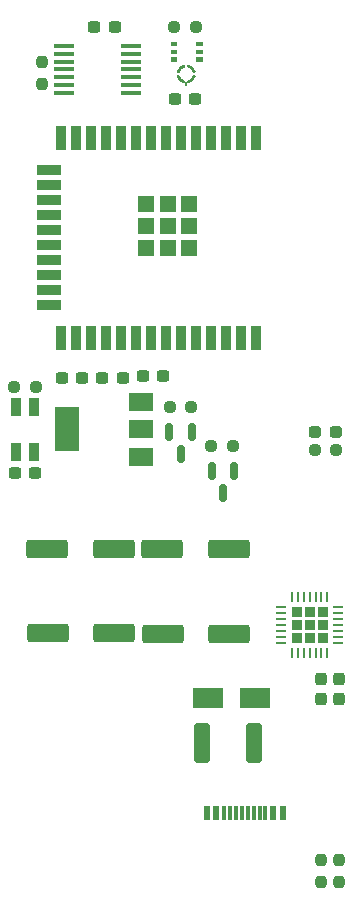
<source format=gbr>
%TF.GenerationSoftware,KiCad,Pcbnew,(6.0.0-0)*%
%TF.CreationDate,2022-02-21T14:12:12+01:00*%
%TF.ProjectId,GlowCoreMini,476c6f77-436f-4726-954d-696e692e6b69,rev?*%
%TF.SameCoordinates,Original*%
%TF.FileFunction,Paste,Top*%
%TF.FilePolarity,Positive*%
%FSLAX46Y46*%
G04 Gerber Fmt 4.6, Leading zero omitted, Abs format (unit mm)*
G04 Created by KiCad (PCBNEW (6.0.0-0)) date 2022-02-21 14:12:12*
%MOMM*%
%LPD*%
G01*
G04 APERTURE LIST*
G04 Aperture macros list*
%AMRoundRect*
0 Rectangle with rounded corners*
0 $1 Rounding radius*
0 $2 $3 $4 $5 $6 $7 $8 $9 X,Y pos of 4 corners*
0 Add a 4 corners polygon primitive as box body*
4,1,4,$2,$3,$4,$5,$6,$7,$8,$9,$2,$3,0*
0 Add four circle primitives for the rounded corners*
1,1,$1+$1,$2,$3*
1,1,$1+$1,$4,$5*
1,1,$1+$1,$6,$7*
1,1,$1+$1,$8,$9*
0 Add four rect primitives between the rounded corners*
20,1,$1+$1,$2,$3,$4,$5,0*
20,1,$1+$1,$4,$5,$6,$7,0*
20,1,$1+$1,$6,$7,$8,$9,0*
20,1,$1+$1,$8,$9,$2,$3,0*%
G04 Aperture macros list end*
%ADD10C,0.240000*%
%ADD11C,0.010000*%
%ADD12R,0.900000X1.500000*%
%ADD13R,0.900000X0.900000*%
%ADD14R,0.250000X0.900000*%
%ADD15R,0.900000X0.250000*%
%ADD16RoundRect,0.237500X0.237500X-0.250000X0.237500X0.250000X-0.237500X0.250000X-0.237500X-0.250000X0*%
%ADD17RoundRect,0.237500X-0.300000X-0.237500X0.300000X-0.237500X0.300000X0.237500X-0.300000X0.237500X0*%
%ADD18RoundRect,0.237500X-0.237500X0.250000X-0.237500X-0.250000X0.237500X-0.250000X0.237500X0.250000X0*%
%ADD19RoundRect,0.237500X0.300000X0.237500X-0.300000X0.237500X-0.300000X-0.237500X0.300000X-0.237500X0*%
%ADD20RoundRect,0.237500X-0.237500X0.300000X-0.237500X-0.300000X0.237500X-0.300000X0.237500X0.300000X0*%
%ADD21R,1.676400X0.355600*%
%ADD22RoundRect,0.150000X-0.150000X0.587500X-0.150000X-0.587500X0.150000X-0.587500X0.150000X0.587500X0*%
%ADD23R,2.000000X1.500000*%
%ADD24R,2.000000X3.800000*%
%ADD25R,0.600000X1.300000*%
%ADD26R,0.300000X1.300000*%
%ADD27RoundRect,0.250000X1.500000X0.550000X-1.500000X0.550000X-1.500000X-0.550000X1.500000X-0.550000X0*%
%ADD28RoundRect,0.237500X0.250000X0.237500X-0.250000X0.237500X-0.250000X-0.237500X0.250000X-0.237500X0*%
%ADD29RoundRect,0.040000X-0.040000X-0.210000X0.040000X-0.210000X0.040000X0.210000X-0.040000X0.210000X0*%
%ADD30RoundRect,0.237500X0.287500X0.237500X-0.287500X0.237500X-0.287500X-0.237500X0.287500X-0.237500X0*%
%ADD31RoundRect,0.237500X0.237500X-0.300000X0.237500X0.300000X-0.237500X0.300000X-0.237500X-0.300000X0*%
%ADD32RoundRect,0.250000X-0.400000X-1.450000X0.400000X-1.450000X0.400000X1.450000X-0.400000X1.450000X0*%
%ADD33RoundRect,0.250000X-1.500000X-0.550000X1.500000X-0.550000X1.500000X0.550000X-1.500000X0.550000X0*%
%ADD34RoundRect,0.237500X-0.250000X-0.237500X0.250000X-0.237500X0.250000X0.237500X-0.250000X0.237500X0*%
%ADD35R,2.500000X1.800000*%
%ADD36R,0.900000X2.000000*%
%ADD37R,2.000000X0.900000*%
%ADD38R,1.330000X1.330000*%
G04 APERTURE END LIST*
D10*
%TO.C,MK1*%
X147227500Y-80733800D02*
G75*
G03*
X146717500Y-80223800I-696673J-186673D01*
G01*
X146377500Y-80223800D02*
G75*
G03*
X145867500Y-80733800I186673J-696673D01*
G01*
X146717500Y-81583800D02*
G75*
G03*
X147227500Y-81073800I-186673J696673D01*
G01*
X145867500Y-81073800D02*
G75*
G03*
X146377500Y-81583800I696673J186673D01*
G01*
D11*
X145222500Y-79478800D02*
X145722500Y-79478800D01*
X145722500Y-79478800D02*
X145722500Y-79778800D01*
X145722500Y-79778800D02*
X145222500Y-79778800D01*
X145222500Y-79778800D02*
X145222500Y-79478800D01*
G36*
X145722500Y-79778800D02*
G01*
X145222500Y-79778800D01*
X145222500Y-79478800D01*
X145722500Y-79478800D01*
X145722500Y-79778800D01*
G37*
X145722500Y-79778800D02*
X145222500Y-79778800D01*
X145222500Y-79478800D01*
X145722500Y-79478800D01*
X145722500Y-79778800D01*
X147372500Y-78828800D02*
X147872500Y-78828800D01*
X147872500Y-78828800D02*
X147872500Y-79128800D01*
X147872500Y-79128800D02*
X147372500Y-79128800D01*
X147372500Y-79128800D02*
X147372500Y-78828800D01*
G36*
X147872500Y-79128800D02*
G01*
X147372500Y-79128800D01*
X147372500Y-78828800D01*
X147872500Y-78828800D01*
X147872500Y-79128800D01*
G37*
X147872500Y-79128800D02*
X147372500Y-79128800D01*
X147372500Y-78828800D01*
X147872500Y-78828800D01*
X147872500Y-79128800D01*
X145222500Y-78178800D02*
X145722500Y-78178800D01*
X145722500Y-78178800D02*
X145722500Y-78478800D01*
X145722500Y-78478800D02*
X145222500Y-78478800D01*
X145222500Y-78478800D02*
X145222500Y-78178800D01*
G36*
X145722500Y-78478800D02*
G01*
X145222500Y-78478800D01*
X145222500Y-78178800D01*
X145722500Y-78178800D01*
X145722500Y-78478800D01*
G37*
X145722500Y-78478800D02*
X145222500Y-78478800D01*
X145222500Y-78178800D01*
X145722500Y-78178800D01*
X145722500Y-78478800D01*
X147372500Y-78178800D02*
X147872500Y-78178800D01*
X147872500Y-78178800D02*
X147872500Y-78478800D01*
X147872500Y-78478800D02*
X147372500Y-78478800D01*
X147372500Y-78478800D02*
X147372500Y-78178800D01*
G36*
X147872500Y-78478800D02*
G01*
X147372500Y-78478800D01*
X147372500Y-78178800D01*
X147872500Y-78178800D01*
X147872500Y-78478800D01*
G37*
X147872500Y-78478800D02*
X147372500Y-78478800D01*
X147372500Y-78178800D01*
X147872500Y-78178800D01*
X147872500Y-78478800D01*
X147372500Y-79478800D02*
X147872500Y-79478800D01*
X147872500Y-79478800D02*
X147872500Y-79778800D01*
X147872500Y-79778800D02*
X147372500Y-79778800D01*
X147372500Y-79778800D02*
X147372500Y-79478800D01*
G36*
X147872500Y-79778800D02*
G01*
X147372500Y-79778800D01*
X147372500Y-79478800D01*
X147872500Y-79478800D01*
X147872500Y-79778800D01*
G37*
X147872500Y-79778800D02*
X147372500Y-79778800D01*
X147372500Y-79478800D01*
X147872500Y-79478800D01*
X147872500Y-79778800D01*
X145222500Y-78828800D02*
X145722500Y-78828800D01*
X145722500Y-78828800D02*
X145722500Y-79128800D01*
X145722500Y-79128800D02*
X145222500Y-79128800D01*
X145222500Y-79128800D02*
X145222500Y-78828800D01*
G36*
X145722500Y-79128800D02*
G01*
X145222500Y-79128800D01*
X145222500Y-78828800D01*
X145722500Y-78828800D01*
X145722500Y-79128800D01*
G37*
X145722500Y-79128800D02*
X145222500Y-79128800D01*
X145222500Y-78828800D01*
X145722500Y-78828800D01*
X145722500Y-79128800D01*
%TD*%
D12*
%TO.C,SW1*%
X132147500Y-109119500D03*
X132147500Y-112919500D03*
X133647500Y-112919500D03*
X133647500Y-109119500D03*
%TD*%
D13*
%TO.C,U4*%
X158104500Y-126452600D03*
X155904500Y-127552600D03*
X158104500Y-127552600D03*
X157004500Y-126452600D03*
X158104500Y-128652600D03*
X155904500Y-126452600D03*
X157004500Y-127552600D03*
X155904500Y-128652600D03*
X157004500Y-128652600D03*
D14*
X155504501Y-129952613D03*
X156004501Y-129952613D03*
X156504501Y-129952613D03*
X157004501Y-129952613D03*
X157504500Y-129952613D03*
X158004500Y-129952613D03*
X158504500Y-129952613D03*
D15*
X159404514Y-129052599D03*
X159404514Y-128552599D03*
X159404514Y-128052599D03*
X159404514Y-127552599D03*
X159404514Y-127052600D03*
X159404514Y-126552600D03*
X159404514Y-126052600D03*
D14*
X158504500Y-125152586D03*
X158004500Y-125152586D03*
X157504500Y-125152586D03*
X157004501Y-125152586D03*
X156504501Y-125152586D03*
X156004501Y-125152586D03*
X155504501Y-125152586D03*
D15*
X154604487Y-126052600D03*
X154604487Y-126552600D03*
X154604487Y-127052600D03*
X154604487Y-127552599D03*
X154604487Y-128052599D03*
X154604487Y-128552599D03*
X154604487Y-129052599D03*
%TD*%
D16*
%TO.C,R9*%
X157959500Y-149272600D03*
X157959500Y-147447600D03*
%TD*%
D17*
%TO.C,C9*%
X132035000Y-114646700D03*
X133760000Y-114646700D03*
%TD*%
%TO.C,C1*%
X138766000Y-76907300D03*
X140491000Y-76907300D03*
%TD*%
D18*
%TO.C,R1*%
X134345300Y-79906400D03*
X134345300Y-81731400D03*
%TD*%
D19*
%TO.C,C3*%
X144580400Y-106498300D03*
X142855400Y-106498300D03*
%TD*%
D20*
%TO.C,C10*%
X159493700Y-132099200D03*
X159493700Y-133824200D03*
%TD*%
D21*
%TO.C,U1*%
X136224900Y-78564099D03*
X136224900Y-79214100D03*
X136224900Y-79864101D03*
X136224900Y-80514100D03*
X136224900Y-81164099D03*
X136224900Y-81814100D03*
X136224900Y-82464099D03*
X141863700Y-82464101D03*
X141863700Y-81814100D03*
X141863700Y-81164101D03*
X141863700Y-80514100D03*
X141863700Y-79864101D03*
X141863700Y-79214100D03*
X141863700Y-78564101D03*
%TD*%
D22*
%TO.C,Q2*%
X150621700Y-114473900D03*
X148721700Y-114473900D03*
X149671700Y-116348900D03*
%TD*%
D23*
%TO.C,U3*%
X142753500Y-113294100D03*
X142753500Y-110994100D03*
X142753500Y-108694100D03*
D24*
X136453500Y-110994100D03*
%TD*%
D25*
%TO.C,USB1*%
X148307900Y-143433000D03*
X149107900Y-143433000D03*
D26*
X150257900Y-143433000D03*
X151257900Y-143433000D03*
X151757900Y-143433000D03*
X152757900Y-143433000D03*
D25*
X154707900Y-143433000D03*
X153907900Y-143433000D03*
D26*
X153257900Y-143433000D03*
X152257900Y-143433000D03*
X150757900Y-143433000D03*
X149757900Y-143433000D03*
%TD*%
D27*
%TO.C,C12*%
X140406700Y-121075600D03*
X134806700Y-121075600D03*
%TD*%
D28*
%TO.C,R6*%
X146967200Y-109089100D03*
X145142200Y-109089100D03*
%TD*%
D29*
%TO.C,MK1*%
X146547500Y-81705600D03*
%TD*%
D28*
%TO.C,R8*%
X133810000Y-107382300D03*
X131985000Y-107382300D03*
%TD*%
D30*
%TO.C,D2*%
X159233500Y-111195000D03*
X157483500Y-111195000D03*
%TD*%
D31*
%TO.C,C6*%
X157969700Y-133824200D03*
X157969700Y-132099200D03*
%TD*%
D32*
%TO.C,F1*%
X147860500Y-137537800D03*
X152310500Y-137537800D03*
%TD*%
D33*
%TO.C,C5*%
X144534900Y-121075600D03*
X150134900Y-121075600D03*
%TD*%
D34*
%TO.C,R4*%
X145558800Y-76930400D03*
X147383800Y-76930400D03*
%TD*%
D17*
%TO.C,C8*%
X139452200Y-106599900D03*
X141177200Y-106599900D03*
%TD*%
D19*
%TO.C,C4*%
X137722800Y-106650700D03*
X135997800Y-106650700D03*
%TD*%
D16*
%TO.C,R3*%
X159483500Y-149272600D03*
X159483500Y-147447600D03*
%TD*%
D34*
%TO.C,R5*%
X148667800Y-112386500D03*
X150492800Y-112386500D03*
%TD*%
D27*
%TO.C,C2*%
X140439500Y-128241400D03*
X134839500Y-128241400D03*
%TD*%
D35*
%TO.C,D1*%
X148364900Y-133753200D03*
X152364900Y-133753200D03*
%TD*%
D36*
%TO.C,U2*%
X152477300Y-86276300D03*
X151207300Y-86276300D03*
X149937300Y-86276300D03*
X148667300Y-86276300D03*
X147397300Y-86276300D03*
X146127300Y-86276300D03*
X144857300Y-86276300D03*
X143587300Y-86276300D03*
X142317300Y-86276300D03*
X141047300Y-86276300D03*
X139777300Y-86276300D03*
X138507300Y-86276300D03*
X137237300Y-86276300D03*
X135967300Y-86276300D03*
D37*
X134967300Y-89061300D03*
X134967300Y-90331300D03*
X134967300Y-91601300D03*
X134967300Y-92871300D03*
X134967300Y-94141300D03*
X134967300Y-95411300D03*
X134967300Y-96681300D03*
X134967300Y-97951300D03*
X134967300Y-99221300D03*
X134967300Y-100491300D03*
D36*
X135967300Y-103276300D03*
X137237300Y-103276300D03*
X138507300Y-103276300D03*
X139777300Y-103276300D03*
X141047300Y-103276300D03*
X142317300Y-103276300D03*
X143587300Y-103276300D03*
X144857300Y-103276300D03*
X146127300Y-103276300D03*
X147397300Y-103276300D03*
X148667300Y-103276300D03*
X149937300Y-103276300D03*
X151207300Y-103276300D03*
X152477300Y-103276300D03*
D38*
X146812300Y-91941300D03*
X146812300Y-93776300D03*
X146812300Y-95611300D03*
X144977300Y-91941300D03*
X144977300Y-93776300D03*
X144977300Y-95611300D03*
X143142300Y-91941300D03*
X143142300Y-93776300D03*
X143142300Y-95611300D03*
%TD*%
D19*
%TO.C,C7*%
X147308400Y-83051800D03*
X145583400Y-83051800D03*
%TD*%
D33*
%TO.C,C11*%
X144560300Y-128289200D03*
X150160300Y-128289200D03*
%TD*%
D28*
%TO.C,R7*%
X159271000Y-112744400D03*
X157446000Y-112744400D03*
%TD*%
D22*
%TO.C,Q3*%
X147030100Y-111174200D03*
X145130100Y-111174200D03*
X146080100Y-113049200D03*
%TD*%
M02*

</source>
